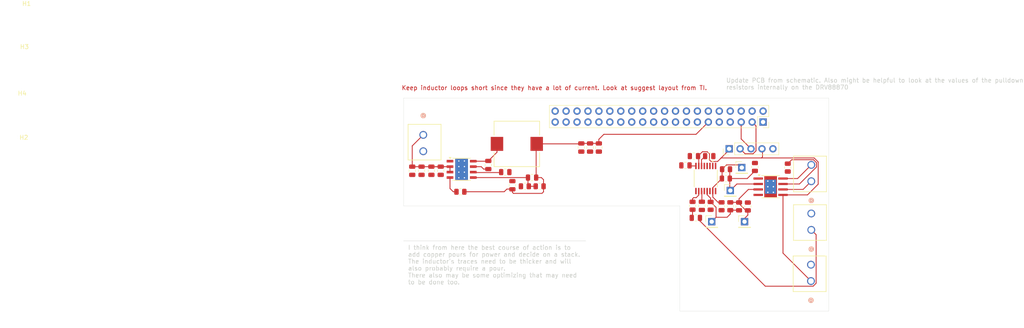
<source format=kicad_pcb>
(kicad_pcb (version 20241229) (generator "pcbnew") (generator_version "9.0")
  (layers (0 "F.Cu" signal) (4 "In1.Cu" signal) (6 "In2.Cu" signal) (2 "B.Cu" signal) (13 "F.Paste" user) (15 "B.Paste" user) (5 "F.SilkS" user "F.Silkscreen") (7 "B.SilkS" user "B.Silkscreen") (1 "F.Mask" user) (3 "B.Mask" user) (25 "Edge.Cuts" user))
  (net 0 "")
  (net 1 "Net-(C1-Pad2)")
  (net 2 "Net-(C1-Pad1)")
  (net 3 "Net-(U1-AVDD)")
  (net 4 "GND")
  (net 5 "/Driver_Schem/VX")
  (net 6 "/Driver_Schem/IOREG")
  (net 7 "Net-(U1-INN)")
  (net 8 "/Power_Schem/BOOT")
  (net 9 "/Power_Schem/SW")
  (net 10 "/Power_Schem/5V_FPGA_Power")
  (net 11 "/Power_Schem/FB")
  (net 12 "/Power_Schem/V_Battery")
  (net 13 "/Power_Schem/VCC")
  (net 20 "/Driver_Schem/RXD")
  (net 40 "/Driver_Schem/TXD")
  (net 48 "/Driver_Schem/IO")
  (net 52 "Net-(U2-OUT1)")
  (net 53 "Net-(U2-OUT2)")
  (net 54 "Net-(J5-Pin_1)")
  (net 55 "Net-(J7-Pin_1)")
  (net 56 "Net-(J8-Pin_1)")
  (net 57 "Net-(J9-Pin_1)")
  (net 58 "Net-(U2-ISEN)")
  (net 59 "Net-(U1-INP)")
  (net 60 "Net-(U1-OUTA)")
  (net 61 "Net-(U1-OUTB)")
  (net 62 "/Power_Schem/PG")
  (footprint "Capacitor_SMD:C_0805_2012Metric" (layer "F.Cu") (at 172.102 55.040725)
    (property "Reference" "C2" (hide yes))
    (property "Value" "0.1 µF" (hide yes))
    (pad "1" smd roundrect (at -0.95 0) (size 1 1.45) (layers "F.Cu" "F.Mask" "F.Paste") (net 4 "GND"))
    (pad "2" smd roundrect (at 0.95 0) (size 1 1.45) (layers "F.Cu" "F.Mask" "F.Paste") (net 3 "Net-(U1-AVDD)"))
  )
  (footprint "Connector_PinSocket_2.54mm:PinSocket_2x20_P2.54mm_Vertical" (layer "F.Cu") (at 190.119 44.958 -90)
    (property "Reference" "GPIO_0" (hide yes))
    (property "Value" "Conn_02x20_Odd_Even" (hide yes))
    (pad "1" thru_hole rect (at 0 0 270) (size 1.7 1.7) (drill 1) (layers "*.Cu" "*.Mask") (net 48 "/Driver_Schem/IO"))
    (pad "2" thru_hole circle (at -2.54 0 270) (size 1.7 1.7) (drill 1) (layers "*.Cu" "*.Mask"))
    (pad "3" thru_hole circle (at 0 2.54 270) (size 1.7 1.7) (drill 1) (layers "*.Cu" "*.Mask") (net 20 "/Driver_Schem/RXD"))
    (pad "4" thru_hole circle (at -2.54 2.54 270) (size 1.7 1.7) (drill 1) (layers "*.Cu" "*.Mask"))
    (pad "5" thru_hole circle (at 0 5.08 270) (size 1.7 1.7) (drill 1) (layers "*.Cu" "*.Mask") (net 40 "/Driver_Schem/TXD"))
    (pad "6" thru_hole circle (at -2.54 5.08 270) (size 1.7 1.7) (drill 1) (layers "*.Cu" "*.Mask"))
    (pad "7" thru_hole circle (at 0 7.62 270) (size 1.7 1.7) (drill 1) (layers "*.Cu" "*.Mask"))
    (pad "8" thru_hole circle (at -2.54 7.62 270) (size 1.7 1.7) (drill 1) (layers "*.Cu" "*.Mask"))
    (pad "9" thru_hole circle (at 0 10.16 270) (size 1.7 1.7) (drill 1) (layers "*.Cu" "*.Mask"))
    (pad "10" thru_hole circle (at -2.54 10.16 270) (size 1.7 1.7) (drill 1) (layers "*.Cu" "*.Mask"))
    (pad "11" thru_hole circle (at 0 12.7 270) (size 1.7 1.7) (drill 1) (layers "*.Cu" "*.Mask") (net 10 "/Power_Schem/5V_FPGA_Power"))
    (pad "12" thru_hole circle (at -2.54 12.7 270) (size 1.7 1.7) (drill 1) (layers "*.Cu" "*.Mask") (net 4 "GND"))
    (pad "13" thru_hole circle (at 0 15.24 270) (size 1.7 1.7) (drill 1) (layers "*.Cu" "*.Mask"))
    (pad "14" thru_hole circle (at -2.54 15.24 270) (size 1.7 1.7) (drill 1) (layers "*.Cu" "*.Mask"))
    (pad "15" thru_hole circle (at 0 17.78 270) (size 1.7 1.7) (drill 1) (layers "*.Cu" "*.Mask"))
    (pad "16" thru_hole circle (at -2.54 17.78 270) (size 1.7 1.7) (drill 1) (layers "*.Cu" "*.Mask"))
    (pad "17" thru_hole circle (at 0 20.32 270) (size 1.7 1.7) (drill 1) (layers "*.Cu" "*.Mask"))
    (pad "18" thru_hole circle (at -2.54 20.32 270) (size 1.7 1.7) (drill 1) (layers "*.Cu" "*.Mask"))
    (pad "19" thru_hole circle (at 0 22.86 270) (size 1.7 1.7) (drill 1) (layers "*.Cu" "*.Mask"))
    (pad "20" thru_hole circle (at -2.54 22.86 270) (size 1.7 1.7) (drill 1) (layers "*.Cu" "*.Mask"))
    (pad "21" thru_hole circle (at 0 25.4 270) (size 1.7 1.7) (drill 1) (layers "*.Cu" "*.Mask"))
    (pad "22" thru_hole circle (at -2.54 25.4 270) (size 1.7 1.7) (drill 1) (layers "*.Cu" "*.Mask"))
    (pad "23" thru_hole circle (at 0 27.94 270) (size 1.7 1.7) (drill 1) (layers "*.Cu" "*.Mask"))
    (pad "24" thru_hole circle (at -2.54 27.94 270) (size 1.7 1.7) (drill 1) (layers "*.Cu" "*.Mask"))
    (pad "25" thru_hole circle (at 0 30.48 270) (size 1.7 1.7) (drill 1) (layers "*.Cu" "*.Mask"))
    (pad "26" thru_hole circle (at -2.54 30.48 270) (size 1.7 1.7) (drill 1) (layers "*.Cu" "*.Mask"))
    (pad "27" thru_hole circle (at 0 33.02 270) (size 1.7 1.7) (drill 1) (layers "*.Cu" "*.Mask"))
    (pad "28" thru_hole circle (at -2.54 33.02 270) (size 1.7 1.7) (drill 1) (layers "*.Cu" "*.Mask"))
    (pad "29" thru_hole circle (at 0 35.56 270) (size 1.7 1.7) (drill 1) (layers "*.Cu" "*.Mask"))
    (pad "30" thru_hole circle (at -2.54 35.56 270) (size 1.7 1.7) (drill 1) (layers "*.Cu" "*.Mask"))
    (pad "31" thru_hole circle (at 0 38.1 270) (size 1.7 1.7) (drill 1) (layers "*.Cu" "*.Mask"))
    (pad "32" thru_hole circle (at -2.54 38.1 270) (size 1.7 1.7) (drill 1) (layers "*.Cu" "*.Mask"))
    (pad "33" thru_hole circle (at 0 40.64 270) (size 1.7 1.7) (drill 1) (layers "*.Cu" "*.Mask"))
    (pad "34" thru_hole circle (at -2.54 40.64 270) (size 1.7 1.7) (drill 1) (layers "*.Cu" "*.Mask"))
    (pad "35" thru_hole circle (at 0 43.18 270) (size 1.7 1.7) (drill 1) (layers "*.Cu" "*.Mask"))
    (pad "36" thru_hole circle (at -2.54 43.18 270) (size 1.7 1.7) (drill 1) (layers "*.Cu" "*.Mask"))
    (pad "37" thru_hole circle (at 0 45.72 270) (size 1.7 1.7) (drill 1) (layers "*.Cu" "*.Mask"))
    (pad "38" thru_hole circle (at -2.54 45.72 270) (size 1.7 1.7) (drill 1) (layers "*.Cu" "*.Mask"))
    (pad "39" thru_hole circle (at 0 48.26 270) (size 1.7 1.7) (drill 1) (layers "*.Cu" "*.Mask"))
    (pad "40" thru_hole circle (at -2.54 48.26 270) (size 1.7 1.7) (drill 1) (layers "*.Cu" "*.Mask"))
  )
  (footprint "Capacitor_SMD:C_0805_2012Metric" (layer "F.Cu") (at 110.85195 56.28255 -90)
    (property "Reference" "Cin3" (hide yes))
    (property "Value" "4.7 µF" (hide yes))
    (pad "1" smd roundrect (at -0.95 0 270) (size 1 1.45) (layers "F.Cu" "F.Mask" "F.Paste") (net 12 "/Power_Schem/V_Battery"))
    (pad "2" smd roundrect (at 0.95 0 270) (size 1 1.45) (layers "F.Cu" "F.Mask" "F.Paste") (net 4 "GND"))
  )
  (footprint "Resistor_SMD:R_0805_2012Metric" (layer "F.Cu") (at 195.851 55.548725 -90)
    (property "Reference" "R5" (hide yes))
    (property "Value" "10" (hide yes))
    (pad "1" smd roundrect (at -0.9125 0 270) (size 1.025 1.4) (layers "F.Cu" "F.Mask" "F.Paste") (roundrect_rratio 0.243902) (net 58 "Net-(U2-ISEN)"))
    (pad "2" smd roundrect (at 0.9125 0 270) (size 1.025 1.4) (layers "F.Cu" "F.Mask" "F.Paste") (roundrect_rratio 0.243902) (net 4 "GND"))
  )
  (footprint "MountingHole:MountingHole_3.2mm_M3" (layer "F.Cu") (at 18.68595 31.623)
    (property "Reference" "H3" (at 0 -4.15 0) (layer "F.SilkS"))
    (property "Value" "MountingHole")
    (pad "" np_thru_hole circle (at 0 0) (size 3.2 3.2) (drill 3.2) (layers "*.Cu" "*.Mask"))
  )
  (footprint "Connector_PinHeader_2.54mm:PinHeader_1x05_P2.54mm_Vertical" (layer "F.Cu") (at 182.245 51.181 90)
    (property "Reference" "J6" (hide yes))
    (property "Value" "Conn_01x05_Pin" (hide yes))
    (pad "1" thru_hole rect (at 0 0 90) (size 1.7 1.7) (drill 1) (layers "*.Cu" "*.Mask") (net 5 "/Driver_Schem/VX"))
    (pad "2" thru_hole circle (at 0 2.54 90) (size 1.7 1.7) (drill 1) (layers "*.Cu" "*.Mask") (net 20 "/Driver_Schem/RXD"))
    (pad "3" thru_hole circle (at 0 5.08 90) (size 1.7 1.7) (drill 1) (layers "*.Cu" "*.Mask") (net 40 "/Driver_Schem/TXD"))
    (pad "4" thru_hole circle (at 0 7.62 90) (size 1.7 1.7) (drill 1) (layers "*.Cu" "*.Mask") (net 5 "/Driver_Schem/VX"))
    (pad "5" thru_hole circle (at 0 10.16 90) (size 1.7 1.7) (drill 1) (layers "*.Cu" "*.Mask") (net 48 "/Driver_Schem/IO"))
  )
  (footprint "Capacitor_SMD:C_0805_2012Metric" (layer "F.Cu") (at 130.28295 56.59755)
    (property "Reference" "Cvcc1" (hide yes))
    (property "Value" "1.0 µF" (hide yes))
    (pad "1" smd roundrect (at -0.95 0) (size 1 1.45) (layers "F.Cu" "F.Mask" "F.Paste") (net 13 "/Power_Schem/VCC"))
    (pad "2" smd roundrect (at 0.95 0) (size 1 1.45) (layers "F.Cu" "F.Mask" "F.Paste") (net 4 "GND"))
  )
  (footprint "Resistor_SMD:R_0805_2012Metric" (layer "F.Cu") (at 186.58 64.589225 -90)
    (property "Reference" "R7" (hide yes))
    (property "Value" "0" (hide yes))
    (pad "1" smd roundrect (at -0.9125 0 270) (size 1.025 1.4) (layers "F.Cu" "F.Mask" "F.Paste") (roundrect_rratio 0.243902) (net 60 "Net-(U1-OUTA)"))
    (pad "2" smd roundrect (at 0.9125 0 270) (size 1.025 1.4) (layers "F.Cu" "F.Mask" "F.Paste") (roundrect_rratio 0.243902) (net 54 "Net-(J5-Pin_1)"))
  )
  (footprint "Connector_PinHeader_2.54mm:PinHeader_1x01_P2.54mm_Vertical" (layer "F.Cu") (at 182.516 60.882725)
    (property "Reference" "J7" (hide yes))
    (property "Value" "Conn_01x01_Pin" (hide yes))
    (pad "1" thru_hole rect (at 0 0) (size 1.7 1.7) (drill 1) (layers "*.Cu" "*.Mask") (net 55 "Net-(J7-Pin_1)"))
  )
  (footprint "MountingHole:MountingHole_3.2mm_M3" (layer "F.Cu") (at 18.542 52.705)
    (property "Reference" "H2" (at 0 -4.15 0) (layer "F.SilkS"))
    (property "Value" "MountingHole")
    (pad "" np_thru_hole circle (at 0 0) (size 3.2 3.2) (drill 3.2) (layers "*.Cu" "*.Mask"))
  )
  (footprint "Connector_PinHeader_2.54mm:PinHeader_1x01_P2.54mm_Vertical" (layer "F.Cu") (at 178.198 68.121725)
    (property "Reference" "J8" (hide yes))
    (property "Value" "Conn_01x01_Pin" (hide yes))
    (pad "1" thru_hole rect (at 0 0) (size 1.7 1.7) (drill 1) (layers "*.Cu" "*.Mask") (net 56 "Net-(J8-Pin_1)"))
  )
  (footprint "Resistor_SMD:R_0805_2012Metric" (layer "F.Cu") (at 138.26045 59.89955)
    (property "Reference" "Rfbt2" (hide yes))
    (property "Value" "100k" (hide yes))
    (pad "1" smd roundrect (at -0.9125 0) (size 1.025 1.4) (layers "F.Cu" "F.Mask" "F.Paste") (roundrect_rratio 0.243902) (net 11 "/Power_Schem/FB"))
    (pad "2" smd roundrect (at 0.9125 0) (size 1.025 1.4) (layers "F.Cu" "F.Mask" "F.Paste") (roundrect_rratio 0.243902) (net 10 "/Power_Schem/5V_FPGA_Power"))
  )
  (footprint "Resistor_SMD:R_0805_2012Metric" (layer "F.Cu") (at 181.4765 58.088725)
    (property "Reference" "R4" (hide yes))
    (property "Value" "0" (hide yes))
    (pad "1" smd roundrect (at -0.9125 0) (size 1.025 1.4) (layers "F.Cu" "F.Mask" "F.Paste") (roundrect_rratio 0.243902) (net 57 "Net-(J9-Pin_1)"))
    (pad "2" smd roundrect (at 0.9125 0) (size 1.025 1.4) (layers "F.Cu" "F.Mask" "F.Paste") (roundrect_rratio 0.243902) (net 55 "Net-(J7-Pin_1)"))
  )
  (footprint "Capacitor_SMD:C_0805_2012Metric" (layer "F.Cu") (at 175.912 64.438725 90)
    (property "Reference" "C5" (hide yes))
    (property "Value" "0.033 µF" (hide yes))
    (pad "1" smd roundrect (at -0.95 0 90) (size 1 1.45) (layers "F.Cu" "F.Mask" "F.Paste") (net 4 "GND"))
    (pad "2" smd roundrect (at 0.95 0 90) (size 1 1.45) (layers "F.Cu" "F.Mask" "F.Paste") (net 7 "Net-(U1-INN)"))
  )
  (footprint "Capacitor_SMD:C_0805_2012Metric" (layer "F.Cu") (at 115.29695 56.28255 -90)
    (property "Reference" "Cin1" (hide yes))
    (property "Value" "4.7 µF" (hide yes))
    (pad "1" smd roundrect (at -0.95 0 270) (size 1 1.45) (layers "F.Cu" "F.Mask" "F.Paste") (net 12 "/Power_Schem/V_Battery"))
    (pad "2" smd roundrect (at 0.95 0 270) (size 1 1.45) (layers "F.Cu" "F.Mask" "F.Paste") (net 4 "GND"))
  )
  (footprint "Capacitor_SMD:C_0805_2012Metric" (layer "F.Cu") (at 113.13795 56.28255 -90)
    (property "Reference" "Cin2" (hide yes))
    (property "Value" "4.7 µF" (hide yes))
    (pad "1" smd roundrect (at -0.95 0 270) (size 1 1.45) (layers "F.Cu" "F.Mask" "F.Paste") (net 12 "/Power_Schem/V_Battery"))
    (pad "2" smd roundrect (at 0.95 0 270) (size 1 1.45) (layers "F.Cu" "F.Mask" "F.Paste") (net 4 "GND"))
  )
  (footprint "Resistor_SMD:R_0805_2012Metric" (layer "F.Cu") (at 181.5235 55.929725)
    (property "Reference" "R10" (hide yes))
    (property "Value" "0" (hide yes))
    (pad "1" smd roundrect (at -0.9125 0) (size 1.025 1.4) (layers "F.Cu" "F.Mask" "F.Paste") (roundrect_rratio 0.243902) (net 57 "Net-(J9-Pin_1)"))
    (pad "2" smd roundrect (at 0.9125 0) (size 1.025 1.4) (layers "F.Cu" "F.Mask" "F.Paste") (roundrect_rratio 0.243902) (net 55 "Net-(J7-Pin_1)"))
  )
  (footprint "Package_SO:Texas_HTSOP-8-1EP_3.9x4.9mm_P1.27mm_EP2.95x4.9mm_Mask2.4x3.1mm_ThermalVias" (layer "F.Cu") (at 191.868 59.993725)
    (property "Reference" "U2" (hide yes))
    (property "Value" "DRV8870DDA" (hide yes))
    (pad "1" smd rect (at -2.875 -1.905) (size 2.2 0.5) (layers "F.Cu" "F.Mask" "F.Paste") (net 4 "GND"))
    (pad "2" smd rect (at -2.875 -0.635) (size 2.2 0.5) (layers "F.Cu" "F.Mask" "F.Paste") (net 55 "Net-(J7-Pin_1)"))
    (pad "3" smd rect (at -2.875 0.635) (size 2.2 0.5) (layers "F.Cu" "F.Mask" "F.Paste") (net 54 "Net-(J5-Pin_1)"))
    (pad "4" smd rect (at -2.875 1.905) (size 2.2 0.5) (layers "F.Cu" "F.Mask" "F.Paste") (net 6 "/Driver_Schem/IOREG"))
    (pad "5" smd rect (at 2.875 1.905) (size 2.2 0.5) (layers "F.Cu" "F.Mask" "F.Paste") (net 5 "/Driver_Schem/VX"))
    (pad "6" smd rect (at 2.875 0.635) (size 2.2 0.5) (layers "F.Cu" "F.Mask" "F.Paste") (net 52 "Net-(U2-OUT1)"))
    (pad "7" smd rect (at 2.875 -0.635) (size 2.2 0.5) (layers "F.Cu" "F.Mask" "F.Paste") (net 58 "Net-(U2-ISEN)"))
    (pad "8" smd rect (at 2.875 -1.905) (size 2.2 0.5) (layers "F.Cu" "F.Mask" "F.Paste") (net 53 "Net-(U2-OUT2)"))
    (pad "9" thru_hole circle (at -0.65 -1.3) (size 0.63 0.63) (drill 0.33) (layers "*.Cu" "*.Mask") (net 4 "GND"))
    (pad "9" thru_hole circle (at -0.65 0) (size 0.63 0.63) (drill 0.33) (layers "*.Cu" "*.Mask") (net 4 "GND"))
    (pad "9" thru_hole circle (at -0.65 1.3) (size 0.63 0.63) (drill 0.33) (layers "*.Cu" "*.Mask") (net 4 "GND"))
    (pad "9" smd rect (at 0 0) (size 2.6 3.3) (layers "B.Cu") (net 4 "GND"))
    (pad "9" smd rect (at 0 0) (size 2.95 4.9) (layers "F.Cu") (net 4 "GND"))
    (pad "9" thru_hole circle (at 0.65 -1.3) (size 0.63 0.63) (drill 0.33) (layers "*.Cu" "*.Mask") (net 4 "GND"))
    (pad "9" thru_hole circle (at 0.65 0) (size 0.63 0.63) (drill 0.33) (layers "*.Cu" "*.Mask") (net 4 "GND"))
    (pad "9" thru_hole circle (at 0.65 1.3) (size 0.63 0.63) (drill 0.33) (layers "*.Cu" "*.Mask") (net 4 "GND"))
  )
  (footprint "MountingHole:MountingHole_3.2mm_M3" (layer "F.Cu") (at 19.177 21.59)
    (property "Reference" "H1" (at 0 -4.15 0) (layer "F.SilkS"))
    (property "Value" "MountingHole")
    (pad "" np_thru_hole circle (at 0 0) (size 3.2 3.2) (drill 3.2) (layers "*.Cu" "*.Mask"))
  )
  (footprint "Capacitor_SMD:C_0805_2012Metric" (layer "F.Cu") (at 177.624 52.881725 180)
    (property "Reference" "C4" (hide yes))
    (property "Value" "0.1 µF" (hide yes))
    (pad "1" smd roundrect (at -0.95 0 180) (size 1 1.45) (layers "F.Cu" "F.Mask" "F.Paste") (net 4 "GND"))
    (pad "2" smd roundrect (at 0.95 0 180) (size 1 1.45) (layers "F.Cu" "F.Mask" "F.Paste") (net 6 "/Driver_Schem/IOREG"))
  )
  (footprint "Resistor_SMD:R_0805_2012Metric" (layer "F.Cu") (at 177.944 64.438725 90)
    (property "Reference" "R1" (hide yes))
    (property "Value" "4.7k" (hide yes))
    (pad "1" smd roundrect (at -0.9125 0 90) (size 1.025 1.4) (layers "F.Cu" "F.Mask" "F.Paste") (roundrect_rratio 0.243902) (net 6 "/Driver_Schem/IOREG"))
    (pad "2" smd roundrect (at 0.9125 0 90) (size 1.025 1.4) (layers "F.Cu" "F.Mask" "F.Paste") (roundrect_rratio 0.243902) (net 56 "Net-(J8-Pin_1)"))
  )
  (footprint "Capacitor_SMD:C_0805_2012Metric" (layer "F.Cu") (at 149.96795 50.88255 -90)
    (property "Reference" "Cout2" (hide yes))
    (property "Value" "47.0 µF" (hide yes))
    (pad "1" smd roundrect (at -0.95 0 270) (size 1 1.45) (layers "F.Cu" "F.Mask" "F.Paste") (net 10 "/Power_Schem/5V_FPGA_Power"))
    (pad "2" smd roundrect (at 0.95 0 270) (size 1 1.45) (layers "F.Cu" "F.Mask" "F.Paste") (net 4 "GND"))
  )
  (footprint "Capacitor_SMD:C_0805_2012Metric" (layer "F.Cu") (at 136.50595 57.86755 180)
    (property "Reference" "Cff1" (hide yes))
    (property "Value" "22.0 pF" (hide yes))
    (pad "1" smd roundrect (at -0.95 0 180) (size 1 1.45) (layers "F.Cu" "F.Mask" "F.Paste") (net 10 "/Power_Schem/5V_FPGA_Power"))
    (pad "2" smd roundrect (at 0.95 0 180) (size 1 1.45) (layers "F.Cu" "F.Mask" "F.Paste") (net 11 "/Power_Schem/FB"))
  )
  (footprint "Capacitor_SMD:C_0805_2012Metric" (layer "F.Cu") (at 126.34595 54.94655 90)
    (property "Reference" "Cboot2" (hide yes))
    (property "Value" "100.0 nF" (hide yes))
    (pad "1" smd roundrect (at -0.95 0 90) (size 1 1.45) (layers "F.Cu" "F.Mask" "F.Paste") (net 8 "/Power_Schem/BOOT"))
    (pad "2" smd roundrect (at 0.95 0 90) (size 1 1.45) (layers "F.Cu" "F.Mask" "F.Paste") (net 9 "/Power_Schem/SW"))
  )
  (footprint "YO0221500000G:CONN_YO0221500000G_AMP" (layer "F.Cu") (at 111.252 47.9425 -90)
    (property "Reference" "J4" (hide yes))
    (property "Value" "YO0221500000G" (hide yes))
    (pad "1" thru_hole circle (at 0 0 270) (size 1.8034 1.8034) (drill 1.2954) (layers "*.Cu" "*.Mask") (net 12 "/Power_Schem/V_Battery"))
    (pad "2" thru_hole circle (at 3.810001 0 270) (size 1.8034 1.8034) (drill 1.2954) (layers "*.Cu" "*.Mask") (net 4 "GND"))
  )
  (footprint "Capacitor_SMD:C_0805_2012Metric" (layer "F.Cu") (at 147.93595 50.88255 -90)
    (property "Reference" "Cout1" (hide yes))
    (property "Value" "47.0 µF" (hide yes))
    (pad "1" smd roundrect (at -0.95 0 270) (size 1 1.45) (layers "F.Cu" "F.Mask" "F.Paste") (net 10 "/Power_Schem/5V_FPGA_Power"))
    (pad "2" smd roundrect (at 0.95 0 270) (size 1 1.45) (layers "F.Cu" "F.Mask" "F.Paste") (net 4 "GND"))
  )
  (footprint "Capacitor_SMD:C_0805_2012Metric" (layer "F.Cu") (at 108.69295 56.28255 -90)
    (property "Reference" "Cinx1" (hide yes))
    (property "Value" "220.0 nF" (hide yes))
    (pad "1" smd roundrect (at -0.95 0 270) (size 1 1.45) (layers "F.Cu" "F.Mask" "F.Paste") (net 12 "/Power_Schem/V_Battery"))
    (pad "2" smd roundrect (at 0.95 0 270) (size 1 1.45) (layers "F.Cu" "F.Mask" "F.Paste") (net 4 "GND"))
  )
  (footprint "YO0221500000G:CONN_YO0221500000G_AMP" (layer "F.Cu") (at 201.312 70.026725 90)
    (property "Reference" "J2" (hide yes))
    (property "Value" "YO0221500000G" (hide yes))
    (pad "1" thru_hole circle (at 0 0 90) (size 1.8034 1.8034) (drill 1.2954) (layers "*.Cu" "*.Mask") (net 1 "Net-(C1-Pad2)"))
    (pad "2" thru_hole circle (at 3.810001 0 90) (size 1.8034 1.8034) (drill 1.2954) (layers "*.Cu" "*.Mask") (net 4 "GND"))
  )
  (footprint "Resistor_SMD:R_0805_2012Metric" (layer "F.Cu") (at 134.83145 59.89955)
    (property "Reference" "Rfbt1" (hide yes))
    (property "Value" "100k" (hide yes))
    (pad "1" smd roundrect (at -0.9125 0) (size 1.025 1.4) (layers "F.Cu" "F.Mask" "F.Paste") (roundrect_rratio 0.243902) (net 4 "GND"))
    (pad "2" smd roundrect (at 0.9125 0) (size 1.025 1.4) (layers "F.Cu" "F.Mask" "F.Paste") (roundrect_rratio 0.243902) (net 11 "/Power_Schem/FB"))
  )
  (footprint "YO0221500000G:CONN_YO0221500000G_AMP" (layer "F.Cu") (at 201.312 58.723726 90)
    (property "Reference" "J1" (hide yes))
    (property "Value" "YO0221500000G" (hide yes))
    (pad "1" thru_hole circle (at 0 0 90) (size 1.8034 1.8034) (drill 1.2954) (layers "*.Cu" "*.Mask") (net 52 "Net-(U2-OUT1)"))
    (pad "2" thru_hole circle (at 3.810001 0 90) (size 1.8034 1.8034) (drill 1.2954) (layers "*.Cu" "*.Mask") (net 53 "Net-(U2-OUT2)"))
  )
  (footprint "Connector_PinHeader_2.54mm:PinHeader_1x01_P2.54mm_Vertical" (layer "F.Cu") (at 185.183 55.548725)
    (property "Reference" "J9" (hide yes))
    (property "Value" "Conn_01x01_Pin" (hide yes))
    (pad "1" thru_hole rect (at 0 0) (size 1.7 1.7) (drill 1) (layers "*.Cu" "*.Mask") (net 57 "Net-(J9-Pin_1)"))
  )
  (footprint "Capacitor_SMD:C_0805_2012Metric" (layer "F.Cu") (at 174.515 67.232725)
    (property "Reference" "C1" (hide yes))
    (property "Value" "390 pF" (hide yes))
    (pad "1" smd roundrect (at -0.95 0) (size 1 1.45) (layers "F.Cu" "F.Mask" "F.Paste") (net 2 "Net-(C1-Pad1)"))
    (pad "2" smd roundrect (at 0.95 0) (size 1 1.45) (layers "F.Cu" "F.Mask" "F.Paste") (net 1 "Net-(C1-Pad2)"))
  )
  (footprint "Connector_PinHeader_2.54mm:PinHeader_1x01_P2.54mm_Vertical" (layer "F.Cu") (at 185.818 68.121725)
    (property "Reference" "J5" (hide yes))
    (property "Value" "Conn_01x01_Pin" (hide yes))
    (pad "1" thru_hole rect (at 0 0) (size 1.7 1.7) (drill 1) (layers "*.Cu" "*.Mask") (net 54 "Net-(J5-Pin_1)"))
  )
  (footprint "Resistor_SMD:R_0805_2012Metric" (layer "F.Cu") (at 119.86895 61.16955)
    (property "Reference" "Rpg1" (hide yes))
    (property "Value" "100k" (hide yes))
    (pad "1" smd roundrect (at -0.9125 0) (size 1.025 1.4) (layers "F.Cu" "F.Mask" "F.Paste") (roundrect_rratio 0.243902) (net 62 "/Power_Schem/PG"))
    (pad "2" smd roundrect (at 0.9125 0) (size 1.025 1.4) (layers "F.Cu" "F.Mask" "F.Paste") (roundrect_rratio 0.243902) (net 10 "/Power_Schem/5V_FPGA_Power"))
  )
  (footprint "Package_SO:Texas_HSOP-8-1EP_3.9x4.9mm_P1.27mm_ThermalVias" (layer "F.Cu") (at 120.15595 55.96255)
    (property "Reference" "U3" (hide yes))
    (property "Value" "LMR33640ADDA" (hide yes))
    (pad "1" smd rect (at -2.7 -1.905) (size 1.55 0.6) (layers "F.Cu" "F.Mask" "F.Paste") (net 4 "GND"))
    (pad "2" smd rect (at -2.7 -0.635) (size 1.55 0.6) (layers "F.Cu" "F.Mask" "F.Paste") (net 12 "/Power_Schem/V_Battery"))
    (pad "3" smd rect (at -2.7 0.635) (size 1.55 0.6) (layers "F.Cu" "F.Mask" "F.Paste") (net 12 "/Power_Schem/V_Battery"))
    (pad "4" smd rect (at -2.7 1.905) (size 1.55 0.6) (layers "F.Cu" "F.Mask" "F.Paste") (net 62 "/Power_Schem/PG"))
    (pad "5" smd rect (at 2.7 1.905) (size 1.55 0.6) (layers "F.Cu" "F.Mask" "F.Paste") (net 11 "/Power_Schem/FB"))
    (pad "6" smd rect (at 2.7 0.635) (size 1.55 0.6) (layers "F.Cu" "F.Mask" "F.Paste") (net 13 "/Power_Schem/VCC"))
    (pad "7" smd rect (at 2.7 -0.635) (size 1.55 0.6) (layers "F.Cu" "F.Mask" "F.Paste") (net 8 "/Power_Schem/BOOT"))
    (pad "8" smd rect (at 2.7 -1.905) (size 1.55 0.6) (layers "F.Cu" "F.Mask" "F.Paste") (net 9 "/Power_Schem/SW"))
    (pad "9" thru_hole circle (at -0.65 -1.95) (size 0.6 0.6) (drill 0.3) (layers "*.Cu") (net 4 "GND"))
    (pad "9" thru_hole circle (at -0.65 -0.65) (size 0.6 0.6) (drill 0.3) (layers "*.Cu") (net 4 "GND"))
    (pad "9" thru_hole circle (at -0.65 0.65) (size 0.6 0.6) (drill 0.3) (layers "*.Cu") (net 4 "GND"))
    (pad "9" thru_hole circle (at -0.65 1.95) (size 0.6 0.6) (drill 0.3) (layers "*.Cu") (net 4 "GND"))
    (pad "9" smd rect (at 0 0) (size 2.95 4.9) (layers "F.Cu") (net 4 "GND"))
    (pad "9" smd rect (at 0 0) (size 2.95 4.9) (layers "B.Cu") (net 4 "GND"))
    (pad "9" thru_hole circle (at 0.65 -1.95) (size 0.6 0.6) (drill 0.3) (layers "*.Cu") (net 4 "GND"))
    (pad "9" thru_hole circle (at 0.65 -0.65) (size 0.6 0.6) (drill 0.3) (layers "*.Cu") (net 4 "GND"))
    (pad "9" thru_hole circle (at 0.65 0.65) (size 0.6 0.6) (drill 0.3) (layers "*.Cu") (net 4 "GND"))
    (pad "9" thru_hole circle (at 0.65 1.95) (size 0.6 0.6) (drill 0.3) (layers "*.Cu") (net 4 "GND"))
  )
  (footprint "PGA460:PW16_TEX" (layer "F.Cu") (at 176.812001 58.088725 90)
    (property "Reference" "U1" (hide yes))
    (property "Value" "~" (hide yes))
    (pad "1" smd rect (at -2.921 -2.274999 90) (size 1.4732 0.3556) (layers "F.Cu" "F.Mask" "F.Paste") (net 4 "GND"))
    (pad "2" smd rect (at -2.921 -1.625001 90) (size 1.4732 0.3556) (layers "F.Cu" "F.Mask" "F.Paste") (net 59 "Net-(U1-INP)"))
    (pad "3" smd rect (at -2.921 -0.974999 90) (size 1.4732 0.3556) (layers "F.Cu" "F.Mask" "F.Paste") (net 7 "Net-(U1-INN)"))
    (pad "4" smd rect (at -2.921 -0.325001 90) (size 1.4732 0.3556) (layers "F.Cu" "F.Mask" "F.Paste") (net 4 "GND"))
    (pad "5" smd rect (at -2.921 0.324998 90) (size 1.4732 0.3556) (layers "F.Cu" "F.Mask" "F.Paste") (net 56 "Net-(J8-Pin_1)"))
    (pad "6" smd rect (at -2.921 0.974999 90) (size 1.4732 0.3556) (layers "F.Cu" "F.Mask" "F.Paste") (net 4 "GND"))
    (pad "7" smd rect (at -2.921 1.624998 90) (size 1.4732 0.3556) (layers "F.Cu" "F.Mask" "F.Paste") (net 57 "Net-(J9-Pin_1)"))
    (pad "8" smd rect (at -2.921 2.274999 90) (size 1.4732 0.3556) (layers "F.Cu" "F.Mask" "F.Paste") (net 48 "/Driver_Schem/IO"))
    (pad "9" smd rect (at 2.921 2.274999 90) (size 1.4732 0.3556) (layers "F.Cu" "F.Mask" "F.Paste"))
    (pad "10" smd rect (at 2.921 1.625001 90) (size 1.4732 0.3556) (layers "F.Cu" "F.Mask" "F.Paste") (net 40 "/Driver_Schem/TXD"))
    (pad "11" smd rect (at 2.921 0.974999 90) (size 1.4732 0.3556) (layers "F.Cu" "F.Mask" "F.Paste") (net 20 "/Driver_Schem/RXD"))
    (pad "12" smd rect (at 2.921 0.325001 90) (size 1.4732 0.3556) (layers "F.Cu" "F.Mask" "F.Paste"))
    (pad "13" smd rect (at 2.921 -0.324998 90) (size 1.4732 0.3556) (layers "F.Cu" "F.Mask" "F.Paste"))
    (pad "14" smd rect (at 2.921 -0.974999 90) (size 1.4732 0.3556) (layers "F.Cu" "F.Mask" "F.Paste") (net 6 "/Driver_Schem/IOREG"))
    (pad "15" smd rect (at 2.921 -1.624998 90) (size 1.4732 0.3556) (layers "F.Cu" "F.Mask" "F.Paste") (net 5 "/Driver_Schem/VX"))
    (pad "16" smd rect (at 2.921 -2.274999 90) (size 1.4732 0.3556) (layers "F.Cu" "F.Mask" "F.Paste") (net 3 "Net-(U1-AVDD)"))
  )
  (footprint "SRP1038A-150M:IND_SRP1038A_BRN" (layer "F.Cu") (at 132.969 50.038)
    (property "Reference" "L1" (hide yes))
    (property "Value" "16.0 µH" (hide yes))
    (pad "1" smd rect (at -4.6101 0) (size 2.8956 3.2512) (layers "F.Cu" "F.Mask" "F.Paste") (net 9 "/Power_Schem/SW"))
    (pad "2" smd rect (at 4.6101 0) (size 2.8956 3.2512) (layers "F.Cu" "F.Mask" "F.Paste") (net 10 "/Power_Schem/5V_FPGA_Power"))
  )
  (footprint "Resistor_SMD:R_0805_2012Metric" (layer "F.Cu") (at 188.231 55.398225 -90)
    (property "Reference" "R8" (hide yes))
    (property "Value" "0" (hide yes))
    (pad "1" smd roundrect (at -0.9125 0 270) (size 1.025 1.4) (layers "F.Cu" "F.Mask" "F.Paste") (roundrect_rratio 0.243902) (net 61 "Net-(U1-OUTB)"))
    (pad "2" smd roundrect (at 0.9125 0 270) (size 1.025 1.4) (layers "F.Cu" "F.Mask" "F.Paste") (roundrect_rratio 0.243902) (net 55 "Net-(J7-Pin_1)"))
  )
  (footprint "Resistor_SMD:R_0805_2012Metric" (layer "F.Cu") (at 180.484 64.542225 90)
    (property "Reference" "R2" (hide yes))
    (property "Value" "4.7k" (hide yes))
    (pad "1" smd roundrect (at -0.9125 0 90) (size 1.025 1.4) (layers "F.Cu" "F.Mask" "F.Paste") (roundrect_rratio 0.243902) (net 6 "/Driver_Schem/IOREG"))
    (pad "2" smd roundrect (at 0.9125 0 90) (size 1.025 1.4) (layers "F.Cu" "F.Mask" "F.Paste") (roundrect_rratio 0.243902) (net 57 "Net-(J9-Pin_1)"))
  )
  (footprint "Resistor_SMD:R_0805_2012Metric" (layer "F.Cu") (at 182.516 64.542225 90)
    (property "Reference" "R3" (hide yes))
    (property "Value" "0" (hide yes))
    (pad "1" smd roundrect (at -0.9125 0 90) (size 1.025 1.4) (layers "F.Cu" "F.Mask" "F.Paste") (roundrect_rratio 0.243902) (net 56 "Net-(J8-Pin_1)"))
    (pad "2" smd roundrect (at 0.9125 0 90) (size 1.025 1.4) (layers "F.Cu" "F.Mask" "F.Paste") (roundrect_rratio 0.243902) (net 54 "Net-(J5-Pin_1)"))
  )
  (footprint "Resistor_SMD:R_0805_2012Metric" (layer "F.Cu") (at 173.753 64.415225 -90)
    (property "Reference" "R6" (hide yes))
    (property "Value" "100" (hide yes))
    (pad "1" smd roundrect (at -0.9125 0 270) (size 1.025 1.4) (layers "F.Cu" "F.Mask" "F.Paste") (roundrect_rratio 0.243902) (net 59 "Net-(U1-INP)"))
    (pad "2" smd roundrect (at 0.9125 0 270) (size 1.025 1.4) (layers "F.Cu" "F.Mask" "F.Paste") (roundrect_rratio 0.243902) (net 2 "Net-(C1-Pad1)"))
  )
  (footprint "Capacitor_SMD:C_0805_2012Metric" (layer "F.Cu") (at 174.073 52.881725)
    (property "Reference" "C3" (hide yes))
    (property "Value" "0.1 µF" (hide yes))
    (pad "1" smd roundrect (at -0.95 0) (size 1 1.45) (layers "F.Cu" "F.Mask" "F.Paste") (net 4 "GND"))
    (pad "2" smd roundrect (at 0.95 0) (size 1 1.45) (layers "F.Cu" "F.Mask" "F.Paste") (net 5 "/Driver_Schem/VX"))
  )
  (footprint "Resistor_SMD:R_0805_2012Metric" (layer "F.Cu") (at 184.548 64.565725 90)
    (property "Reference" "R9" (hide yes))
    (property "Value" "0" (hide yes))
    (pad "1" smd roundrect (at -0.9125 0 90) (size 1.025 1.4) (layers "F.Cu" "F.Mask" "F.Paste") (roundrect_rratio 0.243902) (net 56 "Net-(J8-Pin_1)"))
    (pad "2" smd roundrect (at 0.9125 0 90) (size 1.025 1.4) (layers "F.Cu" "F.Mask" "F.Paste") (roundrect_rratio 0.243902) (net 54 "Net-(J5-Pin_1)"))
  )
  (footprint "Capacitor_SMD:C_0805_2012Metric" (layer "F.Cu") (at 131.93395 59.64555 90)
    (property "Reference" "Coutx1" (hide yes))
    (property "Value" "100.0 nF" (hide yes))
    (pad "1" smd roundrect (at -0.95 0 90) (size 1 1.45) (layers "F.Cu" "F.Mask" "F.Paste") (net 10 "/Power_Schem/5V_FPGA_Power"))
    (pad "2" smd roundrect (at 0.95 0 90) (size 1 1.45) (layers "F.Cu" "F.Mask" "F.Paste") (net 4 "GND"))
  )
  (footprint "YO0221500000G:CONN_YO0221500000G_AMP" (layer "F.Cu") (at 201.2353 81.924825 90)
    (property "Reference" "J3" (hide yes))
    (property "Value" "YO0221500000G" (hide yes))
    (pad "1" thru_hole circle (at 0 0 90) (size 1.8034 1.8034) (drill 1.2954) (layers "*.Cu" "*.Mask") (net 5 "/Driver_Schem/VX"))
    (pad "2" thru_hole circle (at 3.810001 0 90) (size 1.8034 1.8034) (drill 1.2954) (layers "*.Cu" "*.Mask") (net 4 "GND"))
  )
  (footprint "MountingHole:MountingHole_3.2mm_M3" (layer "F.Cu") (at 18.161 42.443)
    (property "Reference" "H4" (at 0 -4.15 0) (layer "F.SilkS"))
    (property "Value" "MountingHole")
    (pad "" np_thru_hole circle (at 0 0) (size 3.2 3.2) (drill 3.2) (layers "*.Cu" "*.Mask"))
  )
  (footprint "Capacitor_SMD:C_0805_2012Metric" (layer "F.Cu") (at 151.99995 50.88255 -90)
    (property "Reference" "Cout3" (hide yes))
    (property "Value" "47.0 µF" (hide yes))
    (pad "1" smd roundrect (at -0.95 0 270) (size 1 1.45) (layers "F.Cu" "F.Mask" "F.Paste") (net 10 "/Power_Schem/5V_FPGA_Power"))
    (pad "2" smd roundrect (at 0.95 0 270) (size 1 1.45) (layers "F.Cu" "F.Mask" "F.Paste") (net 4 "GND"))
  )
  (gr_line (start 106.68 64.4525) (end 170.815 64.4525) (stroke (width 0.05)) (layer "Edge.Cuts"))
  (gr_line (start 205.359 39.37) (end 205.359 88.9) (stroke (width 0.05)) (layer "Edge.Cuts"))
  (gr_line (start 106.68 39.37) (end 205.359 39.37) (stroke (width 0.05)) (layer "Edge.Cuts"))
  (gr_line (start 205.359 88.9) (end 205.232 88.9) (stroke (width 0.05)) (layer "Edge.Cuts"))
  (gr_line (start 106.68 64.4525) (end 106.68 39.37) (stroke (width 0.05)) (layer "Edge.Cuts"))
  (gr_line (start 205.232 88.9) (end 170.815 88.9) (stroke (width 0.05)) (layer "Edge.Cuts"))
  (gr_line (start 170.815 64.4525) (end 170.815 88.9) (stroke (width 0.05)) (layer "Edge.Cuts"))
  (gr_text "Keep inductor loops short since they have a lot of current. Look at suggest layout from TI." (at 106.172 37.592 0) (layer "F.Cu") (effects (font (size 1 1)) (justify left bottom)))
  (gr_text "Update PCB from schematic. Also might be helpful to look at the values of the pulldown\nresistors internally on the DRV88870" (at 181.483 37.465 0) (layer "Edge.Cuts") (effects (font (size 1 1)) (justify left bottom)))
  (gr_text_box "I think from here the best course of action is to add copper pours for power and decide on a stack. \nThe inductor's traces need to be thicker and will also probably require a pour. \nThere also may be some optimizing that may need to be done too. \n" (start 106.68 72.568525) (end 148.971 72.593925) (margins 1.0025 1.0025 1.0025 1.0025) (layer "Edge.Cuts") (effects (font (size 1 1)) (justify left top)) (border yes) (stroke (width 0.05)))
  (segment (start 201.733475 83.127525) (end 202.438 82.423) (width 0.2) (layer "F.Cu") (net 1))
  (segment (start 190.6348 83.127525) (end 201.733475 83.127525) (width 0.2) (layer "F.Cu") (net 1))
  (segment (start 175.465 67.232725) (end 175.465 67.957725) (width 0.2) (layer "F.Cu") (net 1))
  (segment (start 202.438 82.423) (end 202.438 71.152725) (width 0.2) (layer "F.Cu") (net 1))
  (segment (start 202.438 71.152725) (end 201.312 70.026725) (width 0.2) (layer "F.Cu") (net 1))
  (segment (start 175.465 67.957725) (end 190.6348 83.127525) (width 0.2) (layer "F.Cu") (net 1))
  (segment (start 173.753 67.044725) (end 173.565 67.232725) (width 0.2) (layer "F.Cu") (net 2))
  (segment (start 173.753 65.327725) (end 173.753 67.044725) (width 0.2) (layer "F.Cu") (net 2))
  (segment (start 173.179 55.167725) (end 173.052 55.040725) (width 0.2) (layer "F.Cu") (net 3))
  (segment (start 174.537002 55.167725) (end 173.179 55.167725) (width 0.2) (layer "F.Cu") (net 3))
  (segment (start 194.743 75.432525) (end 201.2353 81.924825) (width 0.2) (layer "F.Cu") (net 5))
  (segment (start 200.423 61.898725) (end 194.743 61.898725) (width 0.2) (layer "F.Cu") (net 5))
  (segment (start 180.3859 53.310025) (end 189.738 53.310025) (width 0.2) (layer "F.Cu") (net 5))
  (segment (start 175.187003 55.167725) (end 175.187003 53.299728) (width 0.2) (layer "F.Cu") (net 5))
  (segment (start 182.245 51.181) (end 182.245 51.450926) (width 0.2) (layer "F.Cu") (net 5))
  (segment (start 189.992 53.056025) (end 189.738 53.310025) (width 0.2) (layer "F.Cu") (net 5))
  (segment (start 189.992 51.308) (end 189.992 53.056025) (width 0.2) (layer "F.Cu") (net 5))
  (segment (start 201.976275 53.310025) (end 202.9157 54.24945) (width 0.2) (layer "F.Cu") (net 5))
  (segment (start 176.049 51.855725) (end 177.15916 51.855725) (width 0.2) (layer "F.Cu") (net 5))
  (segment (start 175.187003 53.299728) (end 174.769 52.881725) (width 0.2) (layer "F.Cu") (net 5))
  (segment (start 202.9157 59.406025) (end 200.423 61.898725) (width 0.2) (layer "F.Cu") (net 5))
  (segment (start 182.245 51.450926) (end 180.284463 53.411463) (width 0.2) (layer "F.Cu") (net 5))
  (segment (start 177.6684 53.749125) (end 178.0494 54.130125) (width 0.2) (layer "F.Cu") (net 5))
  (segment (start 180.284463 53.411463) (end 180.3859 53.310025) (width 0.2) (layer "F.Cu") (net 5))
  (segment (start 178.0494 54.130125) (end 179.5658 54.130125) (width 0.2) (layer "F.Cu") (net 5))
  (segment (start 175.023 52.881725) (end 176.049 51.855725) (width 0.2) (layer "F.Cu") (net 5))
  (segment (start 179.5658 54.130125) (end 180.284463 53.411463) (width 0.2) (layer "F.Cu") (net 5))
  (segment (start 194.743 61.898725) (end 194.743 75.432525) (width 0.2) (layer "F.Cu") (net 5))
  (segment (start 189.738 53.310025) (end 201.976275 53.310025) (width 0.2) (layer "F.Cu") (net 5))
  (segment (start 202.9157 54.24945) (end 202.9157 59.406025) (width 0.2) (layer "F.Cu") (net 5))
  (segment (start 177.6684 52.364965) (end 177.6684 53.749125) (width 0.2) (layer "F.Cu") (net 5))
  (segment (start 177.15916 51.855725) (end 177.6684 52.364965) (width 0.2) (layer "F.Cu") (net 5))
  (segment (start 189.865 51.181) (end 189.992 51.308) (width 0.2) (layer "F.Cu") (net 5))
  (segment (start 175.837002 53.718723) (end 176.674 52.881725) (width 0.2) (layer "F.Cu") (net 6))
  (segment (start 175.912 55.092727) (end 175.837002 55.167725) (width 0.2) (layer "F.Cu") (net 6))
  (segment (start 175.837002 55.167725) (end 175.837002 53.718723) (width 0.2) (layer "F.Cu") (net 6))
  (segment (start 175.912 63.488725) (end 175.912 61.084723) (width 0.2) (layer "F.Cu") (net 7))
  (segment (start 175.912 61.084723) (end 175.837002 61.009725) (width 0.2) (layer "F.Cu") (net 7))
  (segment (start 125.26395 55.89655) (end 126.34595 55.89655) (width 0.2) (layer "F.Cu") (net 8))
  (segment (start 124.69495 55.32755) (end 125.26395 55.89655) (width 0.2) (layer "F.Cu") (net 8))
  (segment (start 122.85595 55.32755) (end 124.69495 55.32755) (width 0.2) (layer "F.Cu") (net 8))
  (segment (start 126.34595 53.99655) (end 128.3589 51.9836) (width 0.2) (layer "F.Cu") (net 9))
  (segment (start 122.91695 53.99655) (end 122.85595 54.05755) (width 0.2) (layer "F.Cu") (net 9))
  (segment (start 126.28495 54.05755) (end 126.34595 53.99655) (width 0.2) (layer "F.Cu") (net 9))
  (segment (start 122.85595 54.05755) (end 126.28495 54.05755) (width 0.2) (layer "F.Cu") (net 9))
  (segment (start 128.3589 51.9836) (end 128.3589 50.038) (width 0.2) (layer "F.Cu") (net 9))
  (segment (start 131.93395 60.59555) (end 131.93395 61.29655) (width 0.2) (layer "F.Cu") (net 10))
  (segment (start 147.93595 50.31105) (end 147.93595 49.93255) (width 0.2) (layer "F.Cu") (net 10))
  (segment (start 131.87295 60.53455) (end 131.93395 60.59555) (width 0.2) (layer "F.Cu") (net 10))
  (segment (start 137.45595 57.86755) (end 138.66495 57.86755) (width 0.2) (layer "F.Cu") (net 10))
  (segment (start 131.93395 61.29655) (end 132.18795 61.55055) (width 0.2) (layer "F.Cu") (net 10))
  (segment (start 151.99995 49.93255) (end 149.96795 49.93255) (width 0.2) (layer "F.Cu") (net 10))
  (segment (start 139.17295 58.37555) (end 139.17295 59.89955) (width 0.2) (layer "F.Cu") (net 10))
  (segment (start 153.162 47.8155) (end 151.99995 48.97755) (width 0.2) (layer "F.Cu") (net 10))
  (segment (start 138.79195 61.55055) (end 139.17295 61.16955) (width 0.2) (layer "F.Cu") (net 10))
  (segment (start 151.99995 48.97755) (end 151.99995 49.93255) (width 0.2) (layer "F.Cu") (net 10))
  (segment (start 147.8305 50.038) (end 147.93595 49.93255) (width 0.2) (layer "F.Cu") (net 10))
  (segment (start 147.93595 49.93255) (end 149.96795 49.93255) (width 0.2) (layer "F.Cu") (net 10))
  (segment (start 137.5791 50.038) (end 147.8305 50.038) (width 0.2) (layer "F.Cu") (net 10))
  (segment (start 137.45595 50.16115) (end 137.5791 50.038) (width 0.2) (layer "F.Cu") (net 10))
  (segment (start 130.02895 61.16955) (end 130.66395 60.53455) (width 0.2) (layer "F.Cu") (net 10))
  (segment (start 138.66495 57.86755) (end 139.17295 58.37555) (width 0.2) (layer "F.Cu") (net 10))
  (segment (start 137.45595 57.86755) (end 137.45595 50.16115) (width 0.2) (layer "F.Cu") (net 10))
  (segment (start 120.78145 61.16955) (end 130.02895 61.16955) (width 0.2) (layer "F.Cu") (net 10))
  (segment (start 130.66395 60.53455) (end 131.87295 60.53455) (width 0.2) (layer "F.Cu") (net 10))
  (segment (start 132.18795 61.55055) (end 138.79195 61.55055) (width 0.2) (layer "F.Cu") (net 10))
  (segment (start 174.5615 47.8155) (end 153.162 47.8155) (width 0.2) (layer "F.Cu") (net 10))
  (segment (start 177.419 44.958) (end 174.5615 47.8155) (width 0.2) (layer "F.Cu") (net 10))
  (segment (start 139.17295 61.16955) (end 139.17295 59.89955) (width 0.2) (layer "F.Cu") (net 10))
  (segment (start 135.55595 57.86755) (end 135.55595 59.71155) (width 0.2) (layer "F.Cu") (net 11))
  (segment (start 135.55595 59.71155) (end 135.74395 59.89955) (width 0.2) (layer "F.Cu") (net 11))
  (segment (start 122.85595 57.86755) (end 135.55595 57.86755) (width 0.2) (layer "F.Cu") (net 11))
  (segment (start 137.34795 59.89955) (end 135.74395 59.89955) (width 0.2) (layer "F.Cu") (net 11))
  (segment (start 108.69295 50.50155) (end 108.69295 55.33255) (width 0.2) (layer "F.Cu") (net 12))
  (segment (start 117.45595 55.32755) (end 114.09295 55.32755) (width 0.2) (layer "F.Cu") (net 12))
  (segment (start 113.13795 55.33255) (end 115.29695 55.33255) (width 0.2) (layer "F.Cu") (net 12))
  (segment (start 108.69295 55.33255) (end 110.85195 55.33255) (width 0.2) (layer "F.Cu") (net 12))
  (segment (start 111.252 47.9425) (end 108.69295 50.50155) (width 0.2) (layer "F.Cu") (net 12))
  (segment (start 117.45595 55.32755) (end 117.45595 56.59755) (width 0.2) (layer "F.Cu") (net 12))
  (segment (start 110.85195 55.33255) (end 113.13795 55.33255) (width 0.2) (layer "F.Cu") (net 12))
  (segment (start 129.23295 56.69755) (end 129.33295 56.59755) (width 0.2) (layer "F.Cu") (net 13))
  (segment (start 122.85595 56.59755) (end 122.95595 56.69755) (width 0.2) (layer "F.Cu") (net 13))
  (segment (start 122.95595 56.69755) (end 129.23295 56.69755) (width 0.2) (layer "F.Cu") (net 13))
  (segment (start 185.936 52.332) (end 187.80176 52.332) (width 0.2) (layer "F.Cu") (net 20))
  (segment (start 184.785 51.181) (end 185.936 52.332) (width 0.2) (layer "F.Cu") (net 20))
  (segment (start 188.476 45.855) (end 187.579 44.958) (width 0.2) (layer "F.Cu") (net 20))
  (segment (start 188.476 51.65776) (end 188.476 45.855) (width 0.2) (layer "F.Cu") (net 20))
  (segment (start 187.80176 52.332) (end 188.476 51.65776) (width 0.2) (layer "F.Cu") (net 20))
  (segment (start 187.325 51.181) (end 185.039 48.895) (width 0.2) (layer "F.Cu") (net 40))
  (segment (start 185.039 48.895) (end 185.039 44.958) (width 0.2) (layer "F.Cu") (net 40))
  (segment (start 199.407001 60.628725) (end 201.312 58.723726) (width 0.2) (layer "F.Cu") (net 52))
  (segment (start 194.743 60.628725) (end 199.407001 60.628725) (width 0.2) (layer "F.Cu") (net 52))
  (segment (start 194.743 58.088725) (end 198.137 58.088725) (width 0.2) (layer "F.Cu") (net 53))
  (segment (start 198.137 58.088725) (end 201.312 54.913725) (width 0.2) (layer "F.Cu") (net 53))
  (segment (start 185.818 67.359725) (end 186.58 66.597725) (width 0.2) (layer "F.Cu") (net 54))
  (segment (start 184.548 63.930725) (end 186.119 65.501725) (width 0.2) (layer "F.Cu") (net 54))
  (segment (start 186.119 65.501725) (end 186.58 65.501725) (width 0.2) (layer "F.Cu") (net 54))
  (segment (start 186.707 60.628725) (end 184.548 62.787725) (width 0.2) (layer "F.Cu") (net 54))
  (segment (start 185.818 68.121725) (end 185.818 67.359725) (width 0.2) (layer "F.Cu") (net 54))
  (segment (start 182.516 63.629725) (end 184.5245 63.629725) (width 0.2) (layer "F.Cu") (net 54))
  (segment (start 188.993 60.628725) (end 186.707 60.628725) (width 0.2) (layer "F.Cu") (net 54))
  (segment (start 184.548 63.653225) (end 184.548 63.930725) (width 0.2) (layer "F.Cu") (net 54))
  (segment (start 184.548 62.787725) (end 184.548 63.653225) (width 0.2) (layer "F.Cu") (net 54))
  (segment (start 186.58 66.597725) (end 186.58 65.501725) (width 0.2) (layer "F.Cu") (net 54))
  (segment (start 184.5245 63.629725) (end 184.548 63.653225) (width 0.2) (layer "F.Cu") (net 54))
  (segment (start 182.389 58.088725) (end 182.389 55.976725) (width 0.2) (layer "F.Cu") (net 55))
  (segment (start 182.516 60.882725) (end 184.04 59.358725) (width 0.2) (layer "F.Cu") (net 55))
  (segment (start 182.389 60.755725) (end 182.516 60.882725) (width 0.2) (layer "F.Cu") (net 55))
  (segment (start 188.231 56.310725) (end 186.453 58.088725) (width 0.2) (layer "F.Cu") (net 55))
  (segment (start 182.389 55.976725) (end 182.436 55.929725) (width 0.2) (layer "F.Cu") (net 55))
  (segment (start 186.453 58.088725) (end 182.389 58.088725) (width 0.2) (layer "F.Cu") (net 55))
  (segment (start 182.389 58.088725) (end 182.389 60.755725) (width 0.2) (layer "F.Cu") (net 55))
  (segment (start 184.04 59.358725) (end 188.993 59.358725) (width 0.2) (layer "F.Cu") (net 55))
  (segment (start 179.214 67.105725) (end 178.198 68.121725) (width 0.2) (layer "F.Cu") (net 56))
  (segment (start 177.944 63.526225) (end 179.214 64.796225) (width 0.2) (layer "F.Cu") (net 56))
  (segment (start 181.754 67.105725) (end 182.516 66.343725) (width 0.2) (layer "F.Cu") (net 56))
  (segment (start 177.944 62.660725) (end 177.944 63.526225) (width 0.2) (layer "F.Cu") (net 56))
  (segment (start 182.516 65.454725) (end 184.5245 65.454725) (width 0.2) (layer "F.Cu") (net 56))
  (segment (start 182.516 66.343725) (end 182.516 65.454725) (width 0.2) (layer "F.Cu") (net 56))
  (segment (start 184.5245 65.454725) (end 184.548 65.478225) (width 0.2) (layer "F.Cu") (net 56))
  (segment (start 177.136999 61.853724) (end 177.944 62.660725) (width 0.2) (layer "F.Cu") (net 56))
  (segment (start 179.214 67.105725) (end 181.754 67.105725) (width 0.2) (layer "F.Cu") (net 56))
  (segment (start 177.136999 61.009725) (end 177.136999 61.853724) (width 0.2) (layer "F.Cu") (net 56))
  (segment (start 179.214 64.796225) (end 179.214 67.105725) (width 0.2) (layer "F.Cu") (net 56))
  (segment (start 178.436999 61.009725) (end 178.436999 61.946325) (width 0.2) (layer "F.Cu") (net 57))
  (segment (start 184.563 54.928725) (end 181.612 54.928725) (width 0.2) (layer "F.Cu") (net 57))
  (segment (start 180.611 55.929725) (end 180.611 58.041725) (width 0.2) (layer "F.Cu") (net 57))
  (segment (start 178.452 62.406725) (end 179.675 63.629725) (width 0.2) (layer "F.Cu") (net 57))
  (segment (start 178.436999 61.946325) (end 178.452 61.961326) (width 0.2) (layer "F.Cu") (net 57))
  (segment (start 185.183 55.548725) (end 184.563 54.928725) (width 0.2) (layer "F.Cu") (net 57))
  (segment (start 180.611 58.041725) (end 180.564 58.088725) (width 0.2) (layer "F.Cu") (net 57))
  (segment (start 181.612 54.928725) (end 180.611 55.929725) (width 0.2) (layer "F.Cu") (net 57))
  (segment (start 178.436999 61.009725) (end 178.436999 60.215726) (width 0.2) (layer "F.Cu") (net 57))
  (segment (start 179.675 63.629725) (end 180.484 63.629725) (width 0.2) (layer "F.Cu") (net 57))
  (segment (start 178.452 61.961326) (end 178.452 62.406725) (width 0.2) (layer "F.Cu") (net 57))
  (segment (start 178.436999 60.215726) (end 180.564 58.088725) (width 0.2) (layer "F.Cu") (net 57))
  (segment (start 202.5147 54.41555) (end 202.5147 55.4119) (width 0.2) (layer "F.Cu") (net 58))
  (segment (start 198.567875 59.358725) (end 194.743 59.358725) (width 0.2) (layer "F.Cu") (net 58))
  (segment (start 202.5147 55.4119) (end 198.567875 59.358725) (width 0.2) (layer "F.Cu") (net 58))
  (segment (start 196.7762 53.711025) (end 201.810175 53.711025) (width 0.2) (layer "F.Cu") (net 58))
  (segment (start 201.810175 53.711025) (end 202.5147 54.41555) (width 0.2) (layer "F.Cu") (net 58))
  (segment (start 195.851 54.636225) (end 196.7762 53.711025) (width 0.2) (layer "F.Cu") (net 58))
  (segment (start 175.187 61.009725) (end 175.187 61.946325) (width 0.2) (layer "F.Cu") (net 59))
  (segment (start 174.5996 62.533725) (end 174.007 62.533725) (width 0.2) (layer "F.Cu") (net 59))
  (segment (start 175.187 61.946325) (end 174.5996 62.533725) (width 0.2) (layer "F.Cu") (net 59))
  (segment (start 174.007 62.533725) (end 173.753 62.787725) (width 0.2) (layer "F.Cu") (net 59))
  (segment (start 173.753 62.787725) (end 173.753 63.502725) (width 0.2) (layer "F.Cu") (net 59))
  (segment (start 118.21795 61.16955) (end 118.95645 61.16955) (width 0.2) (layer "F.Cu") (net 62))
  (segment (start 117.45595 57.86755) (end 117.45595 60.40755) (width 0.2) (layer "F.Cu") (net 62))
  (segment (start 117.45595 60.40755) (end 118.21795 61.16955) (width 0.2) (layer "F.Cu") (net 62))
)
</source>
